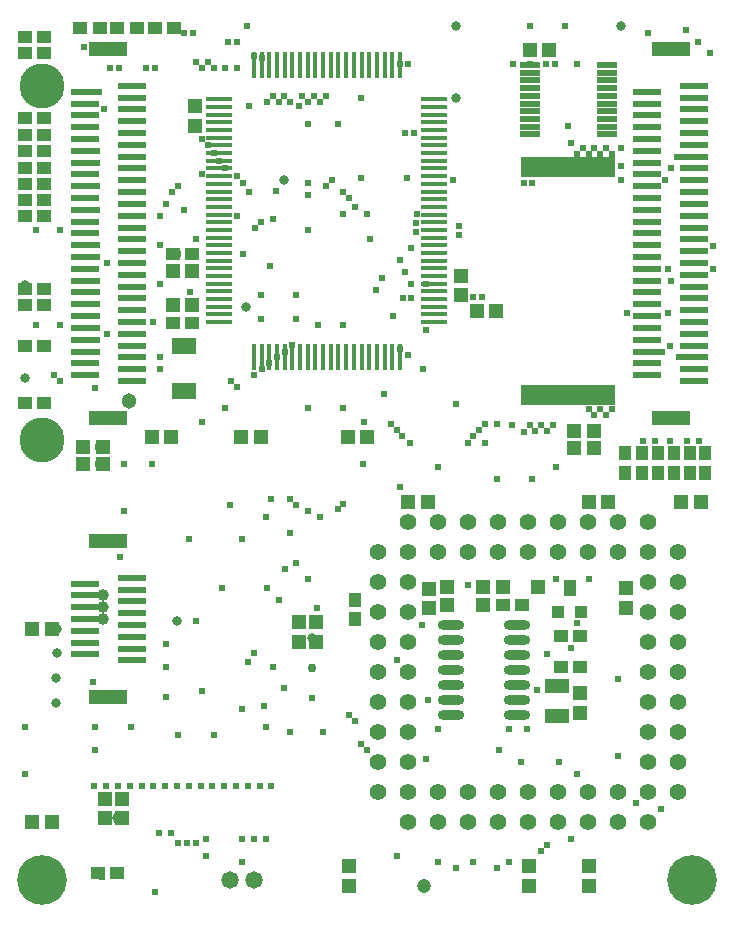
<source format=gbs>
%FSLAX44Y44*%
%MOMM*%
G71*
G01*
G75*
G04 Layer_Color=16711935*
%ADD10O,1.4000X0.3000*%
%ADD11O,0.3000X1.4000*%
%ADD12R,0.9398X1.0160*%
%ADD13R,0.9400X1.0160*%
%ADD14R,1.0160X0.9398*%
%ADD15R,1.0160X0.9400*%
%ADD16R,1.2000X1.3000*%
%ADD17R,1.2700X0.7620*%
%ADD18R,0.8000X0.9000*%
%ADD19R,0.9652X0.8890*%
%ADD20R,0.9144X0.9144*%
%ADD21R,0.9144X1.2700*%
%ADD22R,0.8890X0.9652*%
%ADD23R,2.2000X0.3600*%
%ADD24R,3.0000X1.0000*%
%ADD25R,2.2000X1.5000*%
%ADD26R,1.4500X0.5500*%
%ADD27R,0.3600X2.2000*%
%ADD28R,1.0000X3.0000*%
%ADD29R,1.8000X1.8000*%
%ADD30C,0.3000*%
%ADD31C,0.2000*%
%ADD32C,1.5000*%
%ADD33C,1.0000*%
%ADD34C,0.6000*%
%ADD35C,0.5000*%
%ADD36C,0.4000*%
%ADD37C,0.2032*%
%ADD38C,0.3810*%
%ADD39C,0.2500*%
%ADD40C,0.8000*%
%ADD41C,1.2000*%
%ADD42C,1.2000*%
%ADD43C,4.0000*%
%ADD44C,3.6000*%
%ADD45C,1.2700*%
%ADD46C,0.4000*%
%ADD47C,0.6000*%
%ADD48C,0.8000*%
%ADD49C,0.5500*%
%ADD50C,1.0000*%
%ADD51C,1.1000*%
%ADD52C,1.8000*%
%ADD53C,0.5080*%
%ADD54C,0.9000*%
%ADD55C,2.0000*%
%ADD56C,1.0160*%
%ADD57C,1.6000*%
%ADD58C,1.1000*%
%ADD59C,1.2000*%
%ADD60C,1.3000*%
%ADD61C,1.4000*%
%ADD62R,1.8000X1.1000*%
%ADD63R,1.0000X1.0000*%
%ADD64O,2.0320X0.6096*%
%ADD65R,0.3000X1.5000*%
%ADD66R,0.2600X2.0000*%
%ADD67R,2.0000X0.2600*%
%ADD68R,1.5000X0.3500*%
%ADD69R,1.8000X1.2000*%
%ADD70C,0.1270*%
%ADD71C,0.2540*%
%ADD72C,0.1500*%
%ADD73C,0.2286*%
%ADD74C,0.1524*%
%ADD75C,0.3048*%
%ADD76O,1.6032X0.5032*%
%ADD77O,0.5032X1.6032*%
%ADD78R,1.1430X1.2192*%
%ADD79R,1.1432X1.2192*%
%ADD80R,1.2192X1.1430*%
%ADD81R,1.2192X1.1432*%
%ADD82R,1.4032X1.5032*%
%ADD83R,1.4732X0.9652*%
%ADD84R,1.0032X1.1032*%
%ADD85R,1.1684X1.0922*%
%ADD86R,1.1176X1.1176*%
%ADD87R,1.1176X1.4732*%
%ADD88R,1.0922X1.1684*%
%ADD89R,2.4032X0.5632*%
%ADD90R,3.2032X1.2032*%
%ADD91R,2.4032X1.7032*%
%ADD92R,1.6532X0.7532*%
%ADD93R,0.5632X2.4032*%
%ADD94R,1.2032X3.2032*%
%ADD95R,2.0032X2.0032*%
%ADD96C,1.4032*%
%ADD97C,4.2032*%
%ADD98C,3.8032*%
%ADD99C,1.4732*%
%ADD100C,0.6032*%
%ADD101C,0.8032*%
%ADD102C,1.0032*%
%ADD103C,0.7532*%
%ADD104C,1.2032*%
%ADD105C,1.3032*%
%ADD106R,2.0032X1.3032*%
%ADD107R,1.2032X1.2032*%
%ADD108O,2.2352X0.8128*%
%ADD109R,0.5032X1.7032*%
%ADD110R,0.4632X2.2032*%
%ADD111R,2.2032X0.4632*%
%ADD112R,1.7032X0.5532*%
%ADD113R,2.0032X1.4032*%
D78*
X152005Y545500D02*
D03*
X565995Y350500D02*
D03*
X409505Y511500D02*
D03*
X16495Y79000D02*
D03*
Y242500D02*
D03*
X351505Y350500D02*
D03*
X283495Y405000D02*
D03*
X504005Y350500D02*
D03*
X59495Y397000D02*
D03*
X134005Y405000D02*
D03*
X59495Y382500D02*
D03*
X454005Y733000D02*
D03*
X193495Y405000D02*
D03*
X135495Y516500D02*
D03*
X492005Y410000D02*
D03*
Y395500D02*
D03*
D79*
X135500Y545500D02*
D03*
X582500Y350500D02*
D03*
X393000Y511500D02*
D03*
X33000Y79000D02*
D03*
Y242500D02*
D03*
X300000Y405000D02*
D03*
X487500Y350500D02*
D03*
X76000Y397000D02*
D03*
X117500Y405000D02*
D03*
X76000Y382500D02*
D03*
X437500Y733000D02*
D03*
X210000Y405000D02*
D03*
X335000Y350500D02*
D03*
X152000Y516500D02*
D03*
X475500Y410000D02*
D03*
Y395500D02*
D03*
D80*
X480500Y171495D02*
D03*
X379500Y524995D02*
D03*
X154000Y685005D02*
D03*
X519000Y260495D02*
D03*
X242000Y248505D02*
D03*
X437000Y41505D02*
D03*
X352000Y276505D02*
D03*
X487500Y41505D02*
D03*
X92500Y99005D02*
D03*
X78000D02*
D03*
X256500Y248505D02*
D03*
X285000Y41505D02*
D03*
D81*
X480500Y188000D02*
D03*
X379500Y541500D02*
D03*
X154000Y668500D02*
D03*
X519000Y277000D02*
D03*
X242000Y232000D02*
D03*
X437000Y25000D02*
D03*
X352000Y260000D02*
D03*
X487500Y25000D02*
D03*
X256500Y232000D02*
D03*
X285000Y25000D02*
D03*
X78000Y82500D02*
D03*
X92500D02*
D03*
D85*
X10000Y675000D02*
D03*
X26510D02*
D03*
X10000Y606000D02*
D03*
X26510D02*
D03*
X152000Y502000D02*
D03*
X135490D02*
D03*
X152000Y560000D02*
D03*
X135490D02*
D03*
X480500Y210000D02*
D03*
X463990D02*
D03*
X431250Y263000D02*
D03*
X414740D02*
D03*
X26510Y434000D02*
D03*
X10000D02*
D03*
X26500Y482000D02*
D03*
X9990D02*
D03*
X120000Y751500D02*
D03*
X136510D02*
D03*
X26510Y661000D02*
D03*
X10000D02*
D03*
X26510Y730000D02*
D03*
X10000D02*
D03*
X26510Y647000D02*
D03*
X10000D02*
D03*
X26510Y633000D02*
D03*
X10000D02*
D03*
X26510Y592500D02*
D03*
X10000D02*
D03*
X105010Y751500D02*
D03*
X88500D02*
D03*
X26510Y530500D02*
D03*
X10000D02*
D03*
X26510Y516500D02*
D03*
X10000D02*
D03*
X26510Y619500D02*
D03*
X10000D02*
D03*
X26510Y743500D02*
D03*
X10000D02*
D03*
X73510Y751500D02*
D03*
X57000D02*
D03*
X72000Y36350D02*
D03*
X88510D02*
D03*
X464000Y236500D02*
D03*
X480510D02*
D03*
D86*
X461975Y257340D02*
D03*
X481025D02*
D03*
D87*
X471373Y277660D02*
D03*
D88*
X559500Y391510D02*
D03*
Y375000D02*
D03*
X518750Y391510D02*
D03*
Y375000D02*
D03*
X546000Y391510D02*
D03*
Y375000D02*
D03*
X573000Y391510D02*
D03*
Y375000D02*
D03*
X586500Y391510D02*
D03*
Y375000D02*
D03*
X532500D02*
D03*
Y391510D02*
D03*
X290000Y251000D02*
D03*
Y267510D02*
D03*
D89*
X101000Y492500D02*
D03*
Y452500D02*
D03*
Y462500D02*
D03*
Y682500D02*
D03*
Y542500D02*
D03*
Y532500D02*
D03*
Y522500D02*
D03*
Y512500D02*
D03*
Y502500D02*
D03*
Y562500D02*
D03*
Y572500D02*
D03*
Y582500D02*
D03*
Y592500D02*
D03*
Y602500D02*
D03*
Y612500D02*
D03*
Y622500D02*
D03*
Y642500D02*
D03*
Y652500D02*
D03*
Y482500D02*
D03*
X61000Y597500D02*
D03*
Y567500D02*
D03*
Y557500D02*
D03*
Y537500D02*
D03*
Y527500D02*
D03*
Y517500D02*
D03*
Y507500D02*
D03*
Y477500D02*
D03*
Y487500D02*
D03*
Y497500D02*
D03*
Y617500D02*
D03*
Y637500D02*
D03*
Y647500D02*
D03*
Y457500D02*
D03*
X101000Y472500D02*
D03*
X61000Y467500D02*
D03*
Y577500D02*
D03*
X101000Y552500D02*
D03*
X61000Y547500D02*
D03*
X101000Y702500D02*
D03*
Y692500D02*
D03*
X61000Y677500D02*
D03*
Y687500D02*
D03*
Y697500D02*
D03*
Y587500D02*
D03*
Y607500D02*
D03*
Y627500D02*
D03*
X101000Y662500D02*
D03*
X61000Y657500D02*
D03*
Y667500D02*
D03*
X101000Y672500D02*
D03*
Y632500D02*
D03*
X61000Y241000D02*
D03*
Y231000D02*
D03*
Y221000D02*
D03*
X537000Y527500D02*
D03*
Y517500D02*
D03*
Y507500D02*
D03*
X577000Y522500D02*
D03*
X537000Y657500D02*
D03*
Y647500D02*
D03*
Y637500D02*
D03*
Y627500D02*
D03*
X577000Y622500D02*
D03*
Y632500D02*
D03*
Y642500D02*
D03*
Y652500D02*
D03*
X537000Y617500D02*
D03*
X577000Y662500D02*
D03*
X101000Y266000D02*
D03*
Y276000D02*
D03*
Y286000D02*
D03*
X577000Y512500D02*
D03*
X537000Y537500D02*
D03*
X577000Y532500D02*
D03*
X537000Y567500D02*
D03*
Y557500D02*
D03*
Y547500D02*
D03*
X577000Y542500D02*
D03*
Y552500D02*
D03*
Y562500D02*
D03*
X537000Y607500D02*
D03*
Y587500D02*
D03*
Y577500D02*
D03*
X577000Y592500D02*
D03*
Y602500D02*
D03*
X537000Y597500D02*
D03*
X577000Y572500D02*
D03*
Y582500D02*
D03*
Y612500D02*
D03*
Y482500D02*
D03*
Y492500D02*
D03*
Y502500D02*
D03*
X537000Y497500D02*
D03*
Y487500D02*
D03*
Y477500D02*
D03*
Y467500D02*
D03*
Y457500D02*
D03*
X577000Y452500D02*
D03*
Y462500D02*
D03*
Y472500D02*
D03*
X537000Y697500D02*
D03*
Y687500D02*
D03*
Y677500D02*
D03*
Y667500D02*
D03*
X577000Y672500D02*
D03*
Y682500D02*
D03*
Y692500D02*
D03*
Y702500D02*
D03*
X61000Y281000D02*
D03*
Y271000D02*
D03*
Y261000D02*
D03*
Y251000D02*
D03*
X101000Y216000D02*
D03*
Y226000D02*
D03*
Y236000D02*
D03*
Y246000D02*
D03*
Y256000D02*
D03*
D90*
X81000Y421500D02*
D03*
Y733500D02*
D03*
X557000Y421500D02*
D03*
X81000Y317000D02*
D03*
X81000Y185000D02*
D03*
X557000Y733500D02*
D03*
D96*
X309600Y130300D02*
D03*
X335000Y181100D02*
D03*
Y206500D02*
D03*
X309600D02*
D03*
X335000Y282700D02*
D03*
Y308100D02*
D03*
X462000D02*
D03*
X512800D02*
D03*
X563600D02*
D03*
Y282700D02*
D03*
X538200Y206500D02*
D03*
Y181100D02*
D03*
Y130300D02*
D03*
X487400Y104900D02*
D03*
X385800Y79500D02*
D03*
X309600Y104900D02*
D03*
X335000Y130300D02*
D03*
Y155700D02*
D03*
X309600D02*
D03*
Y181100D02*
D03*
X335000Y231900D02*
D03*
X309600D02*
D03*
X335000Y257300D02*
D03*
X309600D02*
D03*
Y282700D02*
D03*
Y308100D02*
D03*
X335000Y333500D02*
D03*
X360400Y308100D02*
D03*
Y333500D02*
D03*
X385800Y308100D02*
D03*
Y333500D02*
D03*
X411200Y308100D02*
D03*
Y333500D02*
D03*
X436600Y308100D02*
D03*
Y333500D02*
D03*
X462000D02*
D03*
X487400Y308100D02*
D03*
Y333500D02*
D03*
X512800D02*
D03*
X538200Y308100D02*
D03*
Y333500D02*
D03*
Y282700D02*
D03*
Y257300D02*
D03*
X563600D02*
D03*
X538200Y231900D02*
D03*
X563600D02*
D03*
Y206500D02*
D03*
Y181100D02*
D03*
X538200Y155700D02*
D03*
X563600D02*
D03*
Y130300D02*
D03*
X538200Y104900D02*
D03*
X563600D02*
D03*
X538200Y79500D02*
D03*
X512800Y104900D02*
D03*
Y79500D02*
D03*
X487400D02*
D03*
X462000Y104900D02*
D03*
Y79500D02*
D03*
X436600Y104900D02*
D03*
Y79500D02*
D03*
X411200Y104900D02*
D03*
Y79500D02*
D03*
X385800Y104900D02*
D03*
X360400D02*
D03*
Y79500D02*
D03*
X335000Y104900D02*
D03*
Y79500D02*
D03*
D97*
X25000Y30000D02*
D03*
X575000D02*
D03*
D98*
X25000Y702500D02*
D03*
Y402500D02*
D03*
D99*
X184250Y30250D02*
D03*
X204250D02*
D03*
D100*
X220000Y590000D02*
D03*
X250000Y580000D02*
D03*
X437500Y721340D02*
D03*
X295000Y692500D02*
D03*
X297500Y417500D02*
D03*
X125000Y462500D02*
D03*
X28250Y480500D02*
D03*
X477500Y721250D02*
D03*
X190000Y740000D02*
D03*
X537500Y747500D02*
D03*
X152500D02*
D03*
X112500Y717500D02*
D03*
X145000Y747500D02*
D03*
X77500Y682500D02*
D03*
X82500Y717500D02*
D03*
X580000Y492500D02*
D03*
X571250Y462500D02*
D03*
X543750Y457500D02*
D03*
X556250Y482500D02*
D03*
X533750Y487500D02*
D03*
X581250Y402000D02*
D03*
X571250Y401750D02*
D03*
X543750D02*
D03*
X556250Y401500D02*
D03*
X253660Y183800D02*
D03*
X155500Y249000D02*
D03*
X193750Y45000D02*
D03*
X164000Y50000D02*
D03*
Y65000D02*
D03*
X204000D02*
D03*
X193750D02*
D03*
X285000Y170000D02*
D03*
X290000Y165000D02*
D03*
X295000Y145000D02*
D03*
X411250Y140000D02*
D03*
X300000D02*
D03*
X452500Y221250D02*
D03*
X472500Y226250D02*
D03*
X477500Y247500D02*
D03*
X410000Y40000D02*
D03*
X375000D02*
D03*
X360000Y45000D02*
D03*
X325000Y50000D02*
D03*
X444000Y191250D02*
D03*
X548750Y90000D02*
D03*
X527500Y95000D02*
D03*
X477500Y120000D02*
D03*
X472500Y65000D02*
D03*
X452500Y60000D02*
D03*
X447500Y55000D02*
D03*
X280000Y348750D02*
D03*
X275082Y343832D02*
D03*
X320000Y416250D02*
D03*
X325000Y411250D02*
D03*
X329750Y406250D02*
D03*
X336250Y400000D02*
D03*
X385000D02*
D03*
X390000Y406250D02*
D03*
X395000Y411250D02*
D03*
X400000Y416250D02*
D03*
X92500Y462500D02*
D03*
X350000Y535000D02*
D03*
X327750Y480000D02*
D03*
X160000Y627500D02*
D03*
X322000Y507750D02*
D03*
X335000Y721250D02*
D03*
X327750D02*
D03*
X435000Y674500D02*
D03*
X337500Y565000D02*
D03*
X195000Y560000D02*
D03*
X190000Y592500D02*
D03*
X140000Y617500D02*
D03*
X135000Y612500D02*
D03*
X130000Y602500D02*
D03*
X125000Y592500D02*
D03*
X145000Y597500D02*
D03*
X155000Y572500D02*
D03*
X125000Y567500D02*
D03*
X150000Y527500D02*
D03*
X200000Y612500D02*
D03*
X195000Y620000D02*
D03*
X190000Y626250D02*
D03*
X372500Y622500D02*
D03*
X204250Y727500D02*
D03*
X200000Y685000D02*
D03*
X477569Y645069D02*
D03*
X507500Y645000D02*
D03*
X502500Y650000D02*
D03*
X497500Y645000D02*
D03*
X210750Y725750D02*
D03*
X190000Y717500D02*
D03*
X180000D02*
D03*
X170000D02*
D03*
X165000Y722500D02*
D03*
X160000Y717500D02*
D03*
X155000Y722500D02*
D03*
X180000Y632500D02*
D03*
X175000Y639000D02*
D03*
X170000Y645250D02*
D03*
X165000Y652000D02*
D03*
X160000Y657500D02*
D03*
X67500Y687500D02*
D03*
X72750Y697500D02*
D03*
X93500Y692500D02*
D03*
X90000Y717500D02*
D03*
X210000Y587500D02*
D03*
X205000Y582500D02*
D03*
X332500Y545000D02*
D03*
X337500Y535000D02*
D03*
X215000Y688750D02*
D03*
X185000Y452500D02*
D03*
X190000Y447500D02*
D03*
X204000Y457500D02*
D03*
X210750Y462500D02*
D03*
X217250Y467750D02*
D03*
X223750Y472750D02*
D03*
X230250Y477500D02*
D03*
X236750Y482750D02*
D03*
X307500Y530000D02*
D03*
X312500Y540000D02*
D03*
X327500Y555000D02*
D03*
X302500Y572500D02*
D03*
X290000Y600000D02*
D03*
X285000Y607500D02*
D03*
X280000Y612500D02*
D03*
X265000Y617500D02*
D03*
X270000Y622500D02*
D03*
X341250Y578750D02*
D03*
Y586250D02*
D03*
X492500Y650000D02*
D03*
X487500Y645000D02*
D03*
X482500Y650000D02*
D03*
X472500Y653750D02*
D03*
X440000Y668000D02*
D03*
X435000Y661500D02*
D03*
X542500Y657250D02*
D03*
X583000Y652500D02*
D03*
X562500Y642500D02*
D03*
X557500Y632500D02*
D03*
X552500Y622500D02*
D03*
X532500Y637500D02*
D03*
X537500Y627750D02*
D03*
X527500Y617500D02*
D03*
X432500Y620000D02*
D03*
X220000Y693750D02*
D03*
X225000Y688750D02*
D03*
X230000Y693750D02*
D03*
X235000Y688750D02*
D03*
X245000Y693750D02*
D03*
X250000Y688750D02*
D03*
X255000Y693750D02*
D03*
X260000Y688750D02*
D03*
X265000Y693750D02*
D03*
X439250Y620000D02*
D03*
X542500Y647500D02*
D03*
X432500Y409750D02*
D03*
X437500Y415000D02*
D03*
X442500Y410000D02*
D03*
X447500Y415000D02*
D03*
X452500Y410000D02*
D03*
X457500Y415000D02*
D03*
X487500Y428750D02*
D03*
X492500Y423750D02*
D03*
X497500Y428750D02*
D03*
X502500Y423750D02*
D03*
X507500Y428750D02*
D03*
X377500Y576000D02*
D03*
Y584000D02*
D03*
X71000Y637500D02*
D03*
Y647500D02*
D03*
Y477500D02*
D03*
Y487500D02*
D03*
Y497500D02*
D03*
X93000Y502500D02*
D03*
Y482500D02*
D03*
X71000Y517500D02*
D03*
Y507500D02*
D03*
X93000Y512500D02*
D03*
X71000Y527500D02*
D03*
X93000Y522500D02*
D03*
X71000Y537500D02*
D03*
X93000Y542500D02*
D03*
Y532500D02*
D03*
X93000Y612500D02*
D03*
X93000Y602500D02*
D03*
Y592500D02*
D03*
Y582500D02*
D03*
X71000Y597500D02*
D03*
X93000Y562500D02*
D03*
Y572500D02*
D03*
X71000Y557500D02*
D03*
Y567500D02*
D03*
X93000Y642500D02*
D03*
Y622500D02*
D03*
X71000Y617500D02*
D03*
X235000Y352500D02*
D03*
X240000Y347500D02*
D03*
X250000Y342500D02*
D03*
X240000Y298750D02*
D03*
X260000Y337500D02*
D03*
X69000Y110000D02*
D03*
X79000D02*
D03*
X89000D02*
D03*
X99000D02*
D03*
X109000D02*
D03*
X119000D02*
D03*
X129000D02*
D03*
X139000D02*
D03*
X149000D02*
D03*
X159000D02*
D03*
X169000D02*
D03*
X179000D02*
D03*
X189000D02*
D03*
X199000D02*
D03*
X209000D02*
D03*
X219000D02*
D03*
X93000Y652500D02*
D03*
X275000Y670000D02*
D03*
X346250Y246250D02*
D03*
X351250Y182500D02*
D03*
X325000Y216250D02*
D03*
X420000Y182500D02*
D03*
X257500Y260000D02*
D03*
X219000Y352500D02*
D03*
X184000Y347500D02*
D03*
X94000Y342500D02*
D03*
X214250Y337500D02*
D03*
X235000Y323750D02*
D03*
X149000Y318750D02*
D03*
X194000D02*
D03*
X91000Y303750D02*
D03*
X230250Y293750D02*
D03*
X225000Y267500D02*
D03*
X204000Y222500D02*
D03*
X92500Y452500D02*
D03*
X70000Y446250D02*
D03*
X125000Y472500D02*
D03*
X35000Y457500D02*
D03*
X40000Y452500D02*
D03*
X94500Y382500D02*
D03*
X217500Y550000D02*
D03*
X410000Y416250D02*
D03*
X67500Y197500D02*
D03*
X550000Y477500D02*
D03*
X528750Y467500D02*
D03*
X563750Y472500D02*
D03*
X573750Y502500D02*
D03*
X515000Y622500D02*
D03*
X537000Y527500D02*
D03*
X26500Y434000D02*
D03*
X140000Y560000D02*
D03*
X75500Y32500D02*
D03*
X199000Y215000D02*
D03*
X194000Y175000D02*
D03*
X214000Y65000D02*
D03*
Y160000D02*
D03*
X538750Y497500D02*
D03*
X533750Y401750D02*
D03*
X117500Y407500D02*
D03*
X210000D02*
D03*
X347500Y462500D02*
D03*
X314500Y441250D02*
D03*
X300000Y407500D02*
D03*
X334000Y624500D02*
D03*
X295000D02*
D03*
X437500Y752750D02*
D03*
X198250D02*
D03*
X10000Y743500D02*
D03*
X57000Y751500D02*
D03*
X86250Y751000D02*
D03*
X117750Y751250D02*
D03*
X118750Y502500D02*
D03*
X72000Y396750D02*
D03*
Y382500D02*
D03*
X467500Y752750D02*
D03*
X350000Y495750D02*
D03*
X120000Y717500D02*
D03*
X375000Y433500D02*
D03*
X397500Y523500D02*
D03*
X390000D02*
D03*
X337500Y522750D02*
D03*
X330000D02*
D03*
X334250Y474250D02*
D03*
X520000Y510000D02*
D03*
X555000D02*
D03*
X410000Y370000D02*
D03*
X440000D02*
D03*
X460000Y380000D02*
D03*
X120000Y20000D02*
D03*
X155000Y61250D02*
D03*
X147500D02*
D03*
X140000D02*
D03*
X134000Y70000D02*
D03*
X124000D02*
D03*
X262500Y155000D02*
D03*
X235000D02*
D03*
X70000Y160000D02*
D03*
X100000D02*
D03*
X70000Y140000D02*
D03*
X10000Y120000D02*
D03*
Y160000D02*
D03*
X95000Y276000D02*
D03*
Y266000D02*
D03*
Y256000D02*
D03*
Y246000D02*
D03*
Y236000D02*
D03*
X340000Y662750D02*
D03*
X332500Y662500D02*
D03*
X458750Y721250D02*
D03*
X451500D02*
D03*
X423750D02*
D03*
X570000Y750000D02*
D03*
X580000Y740000D02*
D03*
X590000Y730000D02*
D03*
X557500Y537500D02*
D03*
X555000Y547500D02*
D03*
X515000Y650000D02*
D03*
Y635000D02*
D03*
X342000Y593750D02*
D03*
X300000D02*
D03*
X280000D02*
D03*
X250000Y620000D02*
D03*
Y610250D02*
D03*
X222500Y613750D02*
D03*
X470500Y668250D02*
D03*
X20000Y580000D02*
D03*
X40000Y580250D02*
D03*
X20000Y500000D02*
D03*
X40000D02*
D03*
X125000Y535000D02*
D03*
X60000Y735000D02*
D03*
X182500Y740000D02*
D03*
X487500Y285000D02*
D03*
X460000D02*
D03*
X435000Y157500D02*
D03*
X420000D02*
D03*
X360000D02*
D03*
X140000Y152500D02*
D03*
X170000D02*
D03*
X420000Y45000D02*
D03*
X390000D02*
D03*
X430000Y130000D02*
D03*
X350000Y132500D02*
D03*
X327500Y362500D02*
D03*
X117500Y382500D02*
D03*
X280000Y430000D02*
D03*
X250000D02*
D03*
X180000D02*
D03*
X385000Y280000D02*
D03*
X210000Y525000D02*
D03*
X240000D02*
D03*
X80000Y492500D02*
D03*
Y552500D02*
D03*
X240000Y505000D02*
D03*
X210000D02*
D03*
X250000Y670000D02*
D03*
X242500Y685000D02*
D03*
X130000Y230000D02*
D03*
Y210250D02*
D03*
Y185000D02*
D03*
X160000Y190250D02*
D03*
X212500Y177500D02*
D03*
X230000Y192500D02*
D03*
X220000Y210000D02*
D03*
X250000Y285000D02*
D03*
X215000Y277500D02*
D03*
X177500D02*
D03*
X258750Y500000D02*
D03*
X280000D02*
D03*
X592500Y567250D02*
D03*
Y547500D02*
D03*
X512500Y200000D02*
D03*
Y135000D02*
D03*
X462500Y130000D02*
D03*
X422500Y415000D02*
D03*
X400000Y400000D02*
D03*
X160000Y417500D02*
D03*
X296250Y382500D02*
D03*
X360000Y380000D02*
D03*
D101*
X375000Y692500D02*
D03*
X515000Y753000D02*
D03*
X230000Y622500D02*
D03*
X140000Y484250D02*
D03*
X197500Y515000D02*
D03*
X253660Y234600D02*
D03*
X573000Y375000D02*
D03*
X375000Y753000D02*
D03*
X582750Y350750D02*
D03*
X10000Y455250D02*
D03*
Y533500D02*
D03*
Y619000D02*
D03*
X37000Y201000D02*
D03*
X37500Y222000D02*
D03*
Y243000D02*
D03*
X37000Y180000D02*
D03*
X138990Y249000D02*
D03*
D102*
X79000Y82500D02*
D03*
X89000D02*
D03*
X76250Y261000D02*
D03*
X76000Y251000D02*
D03*
X76250Y271250D02*
D03*
D103*
X253660Y209200D02*
D03*
D104*
X437000Y25000D02*
D03*
X487500D02*
D03*
X347750D02*
D03*
D105*
X98500Y435750D02*
D03*
D106*
X460500Y168600D02*
D03*
Y194000D02*
D03*
D107*
X414750Y278500D02*
D03*
X444750D02*
D03*
X368000D02*
D03*
X398000D02*
D03*
Y262500D02*
D03*
X368000D02*
D03*
D108*
X427250Y220600D02*
D03*
Y207900D02*
D03*
Y195200D02*
D03*
Y182500D02*
D03*
Y169800D02*
D03*
X371370Y195200D02*
D03*
Y207900D02*
D03*
Y220600D02*
D03*
Y233300D02*
D03*
Y246000D02*
D03*
Y169800D02*
D03*
Y182500D02*
D03*
X427250Y233300D02*
D03*
Y246000D02*
D03*
D109*
X432500Y634000D02*
D03*
X437500D02*
D03*
X442500D02*
D03*
X447500D02*
D03*
X452500D02*
D03*
X457500D02*
D03*
X462500D02*
D03*
X467500D02*
D03*
X472500D02*
D03*
X477500D02*
D03*
X482500D02*
D03*
X487500D02*
D03*
X492500D02*
D03*
X497500D02*
D03*
X502500D02*
D03*
X507500D02*
D03*
X432500Y441000D02*
D03*
X437500D02*
D03*
X442500D02*
D03*
X447500D02*
D03*
X452500D02*
D03*
X457500D02*
D03*
X462500D02*
D03*
X467500D02*
D03*
X472500D02*
D03*
X477500D02*
D03*
X482500D02*
D03*
X487500D02*
D03*
X492500D02*
D03*
X497500D02*
D03*
X502500D02*
D03*
X507500D02*
D03*
D110*
X327750Y720250D02*
D03*
X321250D02*
D03*
X314750D02*
D03*
X308250D02*
D03*
X301750D02*
D03*
X295250D02*
D03*
X288750D02*
D03*
X282250D02*
D03*
X275750D02*
D03*
X269250D02*
D03*
X204250D02*
D03*
X210750D02*
D03*
X217250D02*
D03*
X223750D02*
D03*
X230250D02*
D03*
X236750D02*
D03*
X243250D02*
D03*
X249750D02*
D03*
X256250D02*
D03*
X262750D02*
D03*
X327750Y473250D02*
D03*
X321250D02*
D03*
X314750D02*
D03*
X308250D02*
D03*
X301750D02*
D03*
X295250D02*
D03*
X288750D02*
D03*
X282250D02*
D03*
X275750D02*
D03*
X269250D02*
D03*
X262750D02*
D03*
X256250D02*
D03*
X249750D02*
D03*
X243250D02*
D03*
X236750D02*
D03*
X230250D02*
D03*
X223750D02*
D03*
X217250D02*
D03*
X210750D02*
D03*
X204250D02*
D03*
D111*
X175000Y502500D02*
D03*
Y509000D02*
D03*
Y515500D02*
D03*
Y522000D02*
D03*
Y528500D02*
D03*
Y535000D02*
D03*
Y541500D02*
D03*
Y548000D02*
D03*
Y554500D02*
D03*
Y561000D02*
D03*
Y567500D02*
D03*
Y574000D02*
D03*
Y580500D02*
D03*
Y587000D02*
D03*
Y593500D02*
D03*
Y600000D02*
D03*
Y606500D02*
D03*
Y613000D02*
D03*
Y619500D02*
D03*
Y626000D02*
D03*
Y632500D02*
D03*
Y639000D02*
D03*
Y645500D02*
D03*
Y652000D02*
D03*
Y658500D02*
D03*
Y665000D02*
D03*
Y671500D02*
D03*
Y678000D02*
D03*
Y684500D02*
D03*
Y691000D02*
D03*
X357000D02*
D03*
Y684500D02*
D03*
Y678000D02*
D03*
Y671500D02*
D03*
Y665000D02*
D03*
Y658500D02*
D03*
Y652000D02*
D03*
Y645500D02*
D03*
Y639000D02*
D03*
Y632500D02*
D03*
Y626000D02*
D03*
Y619500D02*
D03*
Y613000D02*
D03*
Y606500D02*
D03*
Y600000D02*
D03*
Y593500D02*
D03*
Y587000D02*
D03*
Y580500D02*
D03*
Y574000D02*
D03*
Y567500D02*
D03*
Y561000D02*
D03*
Y554500D02*
D03*
Y548000D02*
D03*
Y541500D02*
D03*
Y535000D02*
D03*
Y528500D02*
D03*
Y522000D02*
D03*
Y515500D02*
D03*
Y509000D02*
D03*
Y502500D02*
D03*
D112*
X438000Y720000D02*
D03*
Y713500D02*
D03*
X503000Y661500D02*
D03*
Y720000D02*
D03*
Y713500D02*
D03*
Y707000D02*
D03*
Y700500D02*
D03*
Y694000D02*
D03*
Y687500D02*
D03*
Y681000D02*
D03*
Y674500D02*
D03*
Y668000D02*
D03*
X438000Y661500D02*
D03*
Y668000D02*
D03*
Y674500D02*
D03*
Y681000D02*
D03*
Y687500D02*
D03*
Y694000D02*
D03*
Y700500D02*
D03*
Y707000D02*
D03*
D113*
X145000Y482000D02*
D03*
Y444000D02*
D03*
M02*

</source>
